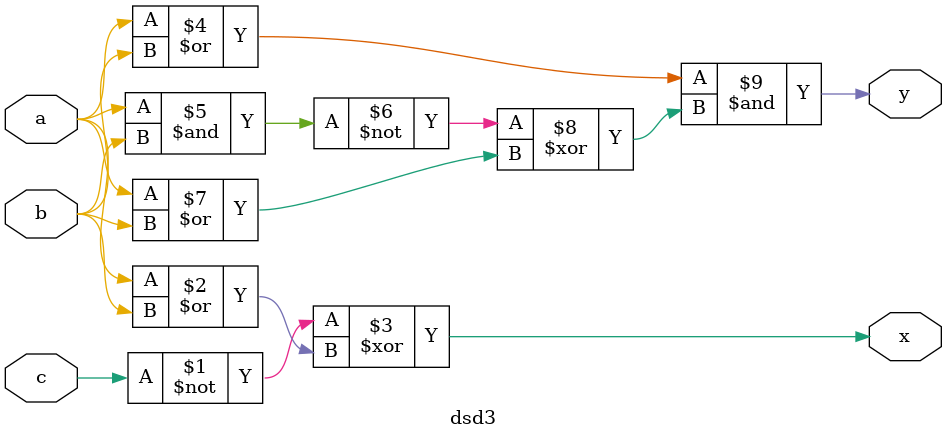
<source format=sv>
`timescale 1ns / 1ps


module dsd3(output y,output x,
            input a,b,c
            );
     assign x=(~c)^(a|b);
     assign y=(a|b)&((~(a&b)^(a|b)));
     


endmodule

</source>
